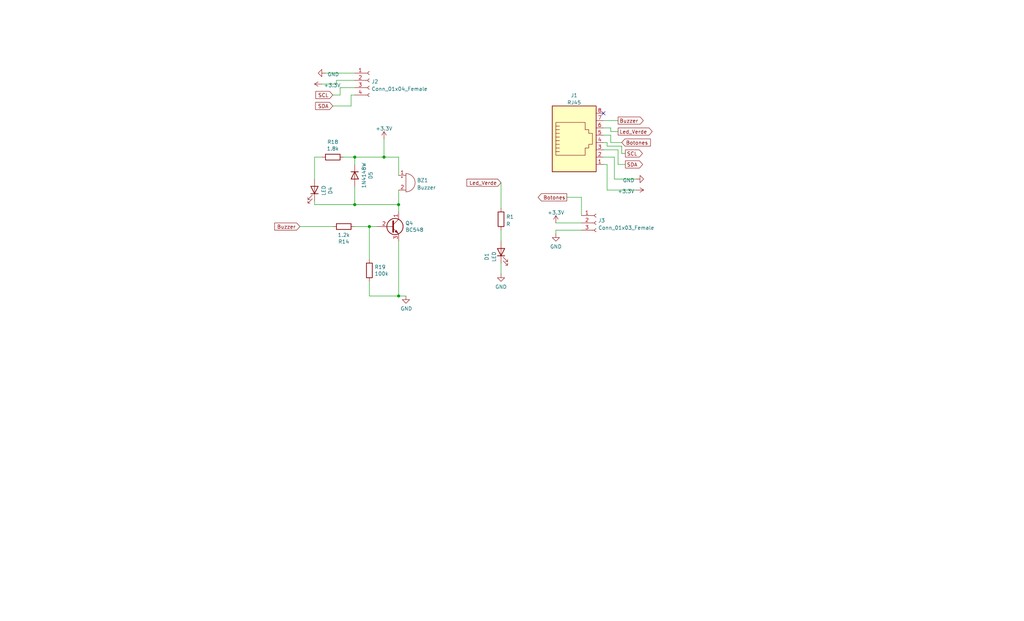
<source format=kicad_sch>
(kicad_sch (version 20211123) (generator eeschema)
  (paper "USLegal")
  (lib_symbols
    (symbol "Connector:Conn_01x03_Female" (pin_names (offset 1.016) hide)
      (property "Reference" "J" (at 0 5.08 0))
      (property "Value" "Conn_01x03_Female" (at 0 -5.08 0))
      (symbol "Conn_01x03_Female_1_1"
        (arc (start 0 -2.032) (mid -0.508 -2.54) (end 0 -3.048) (stroke (width 0.1524)))
        (polyline (pts (xy -1.27 -2.54) (xy -0.508 -2.54)) (stroke (width 0.1524)))
        (polyline (pts (xy -1.27 0) (xy -0.508 0)) (stroke (width 0.1524)))
        (polyline (pts (xy -1.27 2.54) (xy -0.508 2.54)) (stroke (width 0.1524)))
        (arc (start 0 0.508) (mid -0.508 0) (end 0 -0.508) (stroke (width 0.1524)))
        (arc (start 0 3.048) (mid -0.508 2.54) (end 0 2.032) (stroke (width 0.1524)))
        (pin passive line (at -5.08 2.54 0) (length 3.81) (name "Pin_1") (number "1"))
        (pin passive line (at -5.08 0 0) (length 3.81) (name "Pin_2") (number "2"))
        (pin passive line (at -5.08 -2.54 0) (length 3.81) (name "Pin_3") (number "3"))
      )
    )
    (symbol "Connector:Conn_01x04_Female" (pin_names (offset 1.016) hide)
      (property "Reference" "J" (at 0 5.08 0))
      (property "Value" "Conn_01x04_Female" (at 0 -7.62 0))
      (symbol "Conn_01x04_Female_1_1"
        (arc (start 0 -4.572) (mid -0.508 -5.08) (end 0 -5.588) (stroke (width 0.1524)))
        (arc (start 0 -2.032) (mid -0.508 -2.54) (end 0 -3.048) (stroke (width 0.1524)))
        (polyline (pts (xy -1.27 -5.08) (xy -0.508 -5.08)) (stroke (width 0.1524)))
        (polyline (pts (xy -1.27 -2.54) (xy -0.508 -2.54)) (stroke (width 0.1524)))
        (polyline (pts (xy -1.27 0) (xy -0.508 0)) (stroke (width 0.1524)))
        (polyline (pts (xy -1.27 2.54) (xy -0.508 2.54)) (stroke (width 0.1524)))
        (arc (start 0 0.508) (mid -0.508 0) (end 0 -0.508) (stroke (width 0.1524)))
        (arc (start 0 3.048) (mid -0.508 2.54) (end 0 2.032) (stroke (width 0.1524)))
        (pin passive line (at -5.08 2.54 0) (length 3.81) (name "Pin_1") (number "1"))
        (pin passive line (at -5.08 0 0) (length 3.81) (name "Pin_2") (number "2"))
        (pin passive line (at -5.08 -2.54 0) (length 3.81) (name "Pin_3") (number "3"))
        (pin passive line (at -5.08 -5.08 0) (length 3.81) (name "Pin_4") (number "4"))
      )
    )
    (symbol "Connector:RJ45" (pin_names (offset 1.016))
      (property "Reference" "J" (at -5.08 13.97 0))
      (property "Value" "RJ45" (at 2.54 13.97 0))
      (symbol "RJ45_0_1"
        (polyline (pts (xy -5.08 4.445) (xy -6.35 4.445)))
        (polyline (pts (xy -5.08 5.715) (xy -6.35 5.715)))
        (polyline (pts (xy -6.35 -3.175) (xy -5.08 -3.175) (xy -5.08 -3.175)))
        (polyline (pts (xy -6.35 -1.905) (xy -5.08 -1.905) (xy -5.08 -1.905)))
        (polyline (pts (xy -6.35 -0.635) (xy -5.08 -0.635) (xy -5.08 -0.635)))
        (polyline (pts (xy -6.35 0.635) (xy -5.08 0.635) (xy -5.08 0.635)))
        (polyline (pts (xy -6.35 1.905) (xy -5.08 1.905) (xy -5.08 1.905)))
        (polyline (pts (xy -5.08 3.175) (xy -6.35 3.175) (xy -6.35 3.175)))
        (polyline (pts (xy -6.35 -4.445) (xy -6.35 6.985) (xy 3.81 6.985) (xy 3.81 4.445) (xy 5.08 4.445) (xy 5.08 3.175) (xy 6.35 3.175) (xy 6.35 -0.635) (xy 5.08 -0.635) (xy 5.08 -1.905) (xy 3.81 -1.905) (xy 3.81 -4.445) (xy -6.35 -4.445) (xy -6.35 -4.445)))
        (rectangle (start 7.62 12.7) (end -7.62 -10.16) (stroke (width 0.254)) (fill (type background)))
      )
      (symbol "RJ45_1_1"
        (pin passive line (at 10.16 -7.62 180) (length 2.54) (name "~") (number "1"))
        (pin passive line (at 10.16 -5.08 180) (length 2.54) (name "~") (number "2"))
        (pin passive line (at 10.16 -2.54 180) (length 2.54) (name "~") (number "3"))
        (pin passive line (at 10.16 0 180) (length 2.54) (name "~") (number "4"))
        (pin passive line (at 10.16 2.54 180) (length 2.54) (name "~") (number "5"))
        (pin passive line (at 10.16 5.08 180) (length 2.54) (name "~") (number "6"))
        (pin passive line (at 10.16 7.62 180) (length 2.54) (name "~") (number "7"))
        (pin passive line (at 10.16 10.16 180) (length 2.54) (name "~") (number "8"))
      )
    )
    (symbol "Device:Buzzer" (pin_names (offset 0.0254) hide)
      (property "Reference" "BZ" (at 3.81 1.27 0))
      (property "Value" "Buzzer" (at 3.81 -1.27 0))
      (symbol "Buzzer_0_1"
        (arc (start 0 -3.175) (mid 3.175 0) (end 0 3.175))
        (polyline (pts (xy -1.651 1.905) (xy -1.143 1.905)))
        (polyline (pts (xy -1.397 2.159) (xy -1.397 1.651)))
        (polyline (pts (xy 0 3.175) (xy 0 -3.175)))
      )
      (symbol "Buzzer_1_1"
        (pin passive line (at -2.54 2.54 0) (length 2.54) (name "-") (number "1"))
        (pin passive line (at -2.54 -2.54 0) (length 2.54) (name "+") (number "2"))
      )
    )
    (symbol "Device:LED" (pin_numbers hide) (pin_names (offset 1.016) hide)
      (property "Reference" "D" (at 0 2.54 0))
      (property "Value" "LED" (at 0 -2.54 0))
      (symbol "LED_0_1"
        (polyline (pts (xy -1.27 -1.27) (xy -1.27 1.27)) (stroke (width 0.254)))
        (polyline (pts (xy -1.27 0) (xy 1.27 0)))
        (polyline (pts (xy 1.27 -1.27) (xy 1.27 1.27) (xy -1.27 0) (xy 1.27 -1.27)) (stroke (width 0.254)))
        (polyline (pts (xy -3.048 -0.762) (xy -4.572 -2.286) (xy -3.81 -2.286) (xy -4.572 -2.286) (xy -4.572 -1.524)))
        (polyline (pts (xy -1.778 -0.762) (xy -3.302 -2.286) (xy -2.54 -2.286) (xy -3.302 -2.286) (xy -3.302 -1.524)))
      )
      (symbol "LED_1_1"
        (pin passive line (at -3.81 0 0) (length 2.54) (name "K") (number "1"))
        (pin passive line (at 3.81 0 180) (length 2.54) (name "A") (number "2"))
      )
    )
    (symbol "Device:R" (pin_numbers hide) (pin_names (offset 0))
      (property "Reference" "R" (at 2.032 0 90))
      (property "Value" "R" (at 0 0 90))
      (symbol "R_0_1"
        (rectangle (start -1.016 -2.54) (end 1.016 2.54) (stroke (width 0.254)))
      )
      (symbol "R_1_1"
        (pin passive line (at 0 3.81 270) (length 1.27) (name "~") (number "1"))
        (pin passive line (at 0 -3.81 90) (length 1.27) (name "~") (number "2"))
      )
    )
    (symbol "Diode:1N4148W" (pin_numbers hide) (pin_names hide)
      (property "Reference" "D" (at 0 2.54 0))
      (property "Value" "1N4148W" (at 0 -2.54 0))
      (symbol "1N4148W_0_1"
        (polyline (pts (xy -1.27 1.27) (xy -1.27 -1.27)) (stroke (width 0.254)))
        (polyline (pts (xy 1.27 0) (xy -1.27 0)))
        (polyline (pts (xy 1.27 1.27) (xy 1.27 -1.27) (xy -1.27 0) (xy 1.27 1.27)) (stroke (width 0.254)))
      )
      (symbol "1N4148W_1_1"
        (pin passive line (at -3.81 0 0) (length 2.54) (name "K") (number "1"))
        (pin passive line (at 3.81 0 180) (length 2.54) (name "A") (number "2"))
      )
    )
    (symbol "Transistor_BJT:BC548" (pin_names (offset 0) hide)
      (property "Reference" "Q" (at 5.08 1.905 0))
      (property "Value" "BC548" (at 5.08 0 0))
      (symbol "BC548_0_1"
        (polyline (pts (xy 0 0) (xy 0.635 0)))
        (polyline (pts (xy 0.635 0.635) (xy 2.54 2.54)))
        (polyline (pts (xy 0.635 -0.635) (xy 2.54 -2.54) (xy 2.54 -2.54)))
        (polyline (pts (xy 0.635 1.905) (xy 0.635 -1.905) (xy 0.635 -1.905)) (stroke (width 0.508)))
        (polyline (pts (xy 1.27 -1.778) (xy 1.778 -1.27) (xy 2.286 -2.286) (xy 1.27 -1.778) (xy 1.27 -1.778)) (fill (type outline)))
        (circle (center 1.27 0) (radius 2.8194) (stroke (width 0.254)))
      )
      (symbol "BC548_1_1"
        (pin passive line (at 2.54 5.08 270) (length 2.54) (name "C") (number "1"))
        (pin input line (at -5.08 0 0) (length 5.08) (name "B") (number "2"))
        (pin passive line (at 2.54 -5.08 90) (length 2.54) (name "E") (number "3"))
      )
    )
    (symbol "power:+3.3V" (power) (pin_names (offset 0))
      (property "Value" "+3.3V" (at 0 3.556 0))
      (symbol "+3.3V_0_1"
        (polyline (pts (xy -0.762 1.27) (xy 0 2.54)))
        (polyline (pts (xy 0 0) (xy 0 2.54)))
        (polyline (pts (xy 0 2.54) (xy 0.762 1.27)))
      )
      (symbol "+3.3V_1_1"
        (pin power_in line (at 0 0 90) (length 0) hide (name "+3.3V") (number "1"))
      )
    )
    (symbol "power:GND" (power) (pin_names (offset 0))
      (property "Value" "GND" (at 0 -3.81 0))
      (symbol "GND_0_1"
        (polyline (pts (xy 0 0) (xy 0 -1.27) (xy 1.27 -1.27) (xy 0 -2.54) (xy -1.27 -1.27) (xy 0 -1.27)))
      )
      (symbol "GND_1_1"
        (pin power_in line (at 0 0 270) (length 0) hide (name "GND") (number "1"))
      )
    )
  )
  (junction (at 133.35 54.61))
  (junction (at 138.43 102.87))
  (junction (at 123.19 71.12))
  (junction (at 123.19 54.61))
  (junction (at 128.27 78.74))
  (junction (at 138.43 71.12))
  (no_connect (at 209.55 39.37))
  (wire (pts (xy 138.43 102.87) (xy 138.43 83.82)))
  (wire (pts (xy 210.82 49.53) (xy 210.82 50.8)))
  (wire (pts (xy 140.97 102.87) (xy 138.43 102.87)))
  (wire (pts (xy 173.99 63.5) (xy 173.99 72.39)))
  (wire (pts (xy 118.11 30.48) (xy 118.11 33.02)))
  (wire (pts (xy 193.04 80.01) (xy 193.04 81.28)))
  (wire (pts (xy 210.82 57.15) (xy 209.55 57.15)))
  (wire (pts (xy 121.92 33.02) (xy 123.19 33.02)))
  (wire (pts (xy 201.93 80.01) (xy 193.04 80.01)))
  (wire (pts (xy 213.36 62.23) (xy 213.36 54.61)))
  (wire (pts (xy 123.19 54.61) (xy 123.19 57.15)))
  (wire (pts (xy 123.19 54.61) (xy 119.38 54.61)))
  (wire (pts (xy 173.99 80.01) (xy 173.99 83.82)))
  (wire (pts (xy 209.55 52.07) (xy 214.63 52.07)))
  (wire (pts (xy 212.09 45.72) (xy 212.09 44.45)))
  (wire (pts (xy 209.55 41.91) (xy 214.63 41.91)))
  (wire (pts (xy 128.27 78.74) (xy 130.81 78.74)))
  (wire (pts (xy 215.9 50.8) (xy 215.9 53.34)))
  (wire (pts (xy 123.19 64.77) (xy 123.19 71.12)))
  (wire (pts (xy 193.04 77.47) (xy 201.93 77.47)))
  (wire (pts (xy 138.43 66.04) (xy 138.43 71.12)))
  (wire (pts (xy 109.22 54.61) (xy 109.22 62.23)))
  (wire (pts (xy 212.09 46.99) (xy 209.55 46.99)))
  (wire (pts (xy 213.36 54.61) (xy 209.55 54.61)))
  (wire (pts (xy 116.84 29.21) (xy 116.84 27.94)))
  (wire (pts (xy 215.9 49.53) (xy 212.09 49.53)))
  (wire (pts (xy 115.57 36.83) (xy 121.92 36.83)))
  (wire (pts (xy 118.11 33.02) (xy 115.57 33.02)))
  (wire (pts (xy 212.09 44.45) (xy 209.55 44.45)))
  (wire (pts (xy 111.76 29.21) (xy 116.84 29.21)))
  (wire (pts (xy 138.43 71.12) (xy 123.19 71.12)))
  (wire (pts (xy 116.84 27.94) (xy 123.19 27.94)))
  (wire (pts (xy 121.92 36.83) (xy 121.92 33.02)))
  (wire (pts (xy 128.27 102.87) (xy 138.43 102.87)))
  (wire (pts (xy 214.63 45.72) (xy 212.09 45.72)))
  (wire (pts (xy 113.03 25.4) (xy 123.19 25.4)))
  (wire (pts (xy 128.27 97.79) (xy 128.27 102.87)))
  (wire (pts (xy 212.09 49.53) (xy 212.09 46.99)))
  (wire (pts (xy 220.98 66.04) (xy 210.82 66.04)))
  (wire (pts (xy 209.55 49.53) (xy 210.82 49.53)))
  (wire (pts (xy 210.82 50.8) (xy 215.9 50.8)))
  (wire (pts (xy 138.43 71.12) (xy 138.43 73.66)))
  (wire (pts (xy 215.9 53.34) (xy 217.17 53.34)))
  (wire (pts (xy 109.22 69.85) (xy 109.22 71.12)))
  (wire (pts (xy 128.27 78.74) (xy 123.19 78.74)))
  (wire (pts (xy 201.93 74.93) (xy 201.93 68.58)))
  (wire (pts (xy 214.63 52.07) (xy 214.63 57.15)))
  (wire (pts (xy 210.82 66.04) (xy 210.82 57.15)))
  (wire (pts (xy 201.93 68.58) (xy 196.85 68.58)))
  (wire (pts (xy 133.35 54.61) (xy 138.43 54.61)))
  (wire (pts (xy 173.99 91.44) (xy 173.99 95.25)))
  (wire (pts (xy 123.19 54.61) (xy 133.35 54.61)))
  (wire (pts (xy 109.22 71.12) (xy 123.19 71.12)))
  (wire (pts (xy 133.35 48.26) (xy 133.35 54.61)))
  (wire (pts (xy 104.14 78.74) (xy 115.57 78.74)))
  (wire (pts (xy 138.43 54.61) (xy 138.43 60.96)))
  (wire (pts (xy 220.98 62.23) (xy 213.36 62.23)))
  (wire (pts (xy 111.76 54.61) (xy 109.22 54.61)))
  (wire (pts (xy 214.63 57.15) (xy 217.17 57.15)))
  (wire (pts (xy 123.19 30.48) (xy 118.11 30.48)))
  (wire (pts (xy 128.27 78.74) (xy 128.27 90.17)))
  (global_label "SDA" (shape input) (at 115.57 36.83 180) (property "Intersheet References" "${INTERSHEET_REFS}" (effects hide)))
  (global_label "Buzzer" (shape output) (at 214.63 41.91 0) (property "Intersheet References" "${INTERSHEET_REFS}" (effects hide)))
  (global_label "Buzzer" (shape input) (at 104.14 78.74 180) (property "Intersheet References" "${INTERSHEET_REFS}" (effects hide)))
  (global_label "Botones" (shape output) (at 196.85 68.58 180) (property "Intersheet References" "${INTERSHEET_REFS}" (effects hide)))
  (global_label "Led_Verde" (shape output) (at 214.63 45.72 0) (property "Intersheet References" "${INTERSHEET_REFS}" (effects hide)))
  (global_label "Botones" (shape input) (at 215.9 49.53 0) (property "Intersheet References" "${INTERSHEET_REFS}" (effects hide)))
  (global_label "SCL" (shape input) (at 115.57 33.02 180) (property "Intersheet References" "${INTERSHEET_REFS}" (effects hide)))
  (global_label "Led_Verde" (shape input) (at 173.99 63.5 180) (property "Intersheet References" "${INTERSHEET_REFS}" (effects hide)))
  (global_label "SCL" (shape output) (at 217.17 53.34 0) (property "Intersheet References" "${INTERSHEET_REFS}" (effects hide)))
  (global_label "SDA" (shape output) (at 217.17 57.15 0) (property "Intersheet References" "${INTERSHEET_REFS}" (effects hide)))
  (symbol (lib_id "Diode:1N4148W") (at 123.19 60.96 270) (unit 1)
    (property "Reference" "D5" (at 128.7018 60.96 0))
    (property "Value" "1N4148W" (at 126.3904 60.96 0))
    (property "Footprint" "Diode_SMD:D_SOD-123" (effects hide))
    (property "Datasheet" "https://www.vishay.com/docs/85748/1n4148w.pdf" (effects hide))
  )
  (symbol (lib_id "Device:R") (at 119.38 78.74 90) (unit 1)
    (property "Reference" "R14" (at 119.38 83.9978 90))
    (property "Value" "1.2k" (at 119.38 81.6864 90))
    (property "Footprint" "Resistor_SMD:R_0603_1608Metric_Pad0.98x0.95mm_HandSolder" (effects hide))
  )
  (symbol (lib_id "Device:LED") (at 109.22 66.04 270) (mirror x) (unit 1)
    (property "Reference" "D4" (at 114.7318 66.2178 0))
    (property "Value" "LED" (at 112.4204 66.2178 0))
    (property "Footprint" "LED_THT:LED_D3.0mm" (effects hide))
  )
  (symbol (lib_id "Transistor_BJT:BC548") (at 135.89 78.74 0) (unit 1)
    (property "Reference" "Q4" (at 140.7414 77.5716 0) (effects (justify left)))
    (property "Value" "BC548" (at 140.7414 79.883 0) (effects (justify left)))
    (property "Footprint" "Package_TO_SOT_THT:TO-92_Inline" (effects hide))
    (property "Datasheet" "https://www.onsemi.com/pub/Collateral/BC550-D.pdf" (effects hide))
  )
  (symbol (lib_id "power:GND") (at 140.97 102.87 0) (unit 1)
    (property "Reference" "#PWR0107" (effects hide))
    (property "Value" "GND" (at 141.097 107.2642 0))
  )
  (symbol (lib_id "Device:R") (at 128.27 93.98 0) (unit 1)
    (property "Reference" "R19" (at 130.048 92.8116 0) (effects (justify left)))
    (property "Value" "100k" (at 130.048 95.123 0) (effects (justify left)))
    (property "Footprint" "Resistor_SMD:R_0603_1608Metric_Pad0.98x0.95mm_HandSolder" (effects hide))
  )
  (symbol (lib_id "Device:R") (at 115.57 54.61 90) (unit 1)
    (property "Reference" "R18" (at 115.57 49.3522 90))
    (property "Value" "1.8k" (at 115.57 51.6636 90))
    (property "Footprint" "Resistor_SMD:R_0603_1608Metric_Pad0.98x0.95mm_HandSolder" (effects hide))
  )
  (symbol (lib_id "Device:Buzzer") (at 140.97 63.5 0) (unit 1)
    (property "Reference" "BZ1" (at 144.78 62.6653 0) (effects (justify left)))
    (property "Value" "Buzzer" (at 144.78 65.2022 0) (effects (justify left)))
    (property "Footprint" "LIB:Buzzer_12x9.5RM7.6" (effects hide))
  )
  (symbol (lib_id "power:+3.3V") (at 220.98 66.04 270) (mirror x) (unit 1)
    (property "Reference" "#PWR0104" (effects hide))
    (property "Value" "+3.3V" (at 220.345 66.4738 90) (effects (justify right)))
  )
  (symbol (lib_id "Connector:RJ45") (at 199.39 49.53 0) (unit 1)
    (property "Reference" "J1" (at 199.39 33.1302 0))
    (property "Value" "RJ45" (at 199.39 35.6671 0))
    (property "Footprint" "Connector_RJ:RJ45_Amphenol_54602-x08_Horizontal" (effects hide))
  )
  (symbol (lib_id "power:GND") (at 113.03 25.4 270) (unit 1)
    (property "Reference" "#PWR0109" (effects hide))
    (property "Value" "GND" (at 113.665 25.8338 90) (effects (justify left)))
  )
  (symbol (lib_id "Connector:Conn_01x03_Female") (at 207.01 77.47 0) (unit 1)
    (property "Reference" "J3" (at 207.7212 76.6353 0) (effects (justify left)))
    (property "Value" "Conn_01x03_Female" (at 207.7212 79.1722 0) (effects (justify left)))
    (property "Footprint" "Connector_PinSocket_2.54mm:PinSocket_1x03_P2.54mm_Horizontal" (effects hide))
  )
  (symbol (lib_id "Device:R") (at 173.99 76.2 0) (unit 1)
    (property "Reference" "R1" (at 175.768 75.3653 0) (effects (justify left)))
    (property "Value" "R" (at 175.768 77.9022 0) (effects (justify left)))
    (property "Footprint" "Resistor_SMD:R_0603_1608Metric_Pad0.98x0.95mm_HandSolder" (effects hide))
  )
  (symbol (lib_id "power:+3.3V") (at 111.76 29.21 90) (unit 1)
    (property "Reference" "#PWR0108" (effects hide))
    (property "Value" "+3.3V" (at 112.395 29.6438 90) (effects (justify right)))
  )
  (symbol (lib_id "power:GND") (at 193.04 81.28 0) (unit 1)
    (property "Reference" "#PWR0102" (effects hide))
    (property "Value" "GND" (at 193.04 85.7234 0))
  )
  (symbol (lib_id "Device:LED") (at 173.99 87.63 90) (unit 1)
    (property "Reference" "D1" (at 169.0202 89.2175 0))
    (property "Value" "LED" (at 171.5571 89.2175 0))
    (property "Footprint" "LED_THT:LED_D3.0mm" (effects hide))
  )
  (symbol (lib_id "Connector:Conn_01x04_Female") (at 128.27 27.94 0) (unit 1)
    (property "Reference" "J2" (at 128.9812 28.3753 0) (effects (justify left)))
    (property "Value" "Conn_01x04_Female" (at 128.9812 30.9122 0) (effects (justify left)))
    (property "Footprint" "Connector_PinSocket_2.54mm:PinSocket_1x04_P2.54mm_Vertical" (effects hide))
  )
  (symbol (lib_id "power:+3.3V") (at 193.04 77.47 0) (unit 1)
    (property "Reference" "#PWR0101" (effects hide))
    (property "Value" "+3.3V" (at 193.04 73.8942 0))
  )
  (symbol (lib_id "power:GND") (at 220.98 62.23 90) (mirror x) (unit 1)
    (property "Reference" "#PWR0105" (effects hide))
    (property "Value" "GND" (at 220.345 62.6638 90) (effects (justify left)))
  )
  (symbol (lib_id "power:GND") (at 173.99 95.25 0) (unit 1)
    (property "Reference" "#PWR0103" (effects hide))
    (property "Value" "GND" (at 173.99 99.6934 0))
  )
  (symbol (lib_id "power:+3.3V") (at 133.35 48.26 0) (unit 1)
    (property "Reference" "#PWR0106" (effects hide))
    (property "Value" "+3.3V" (at 133.35 44.6842 0))
  )
)
</source>
